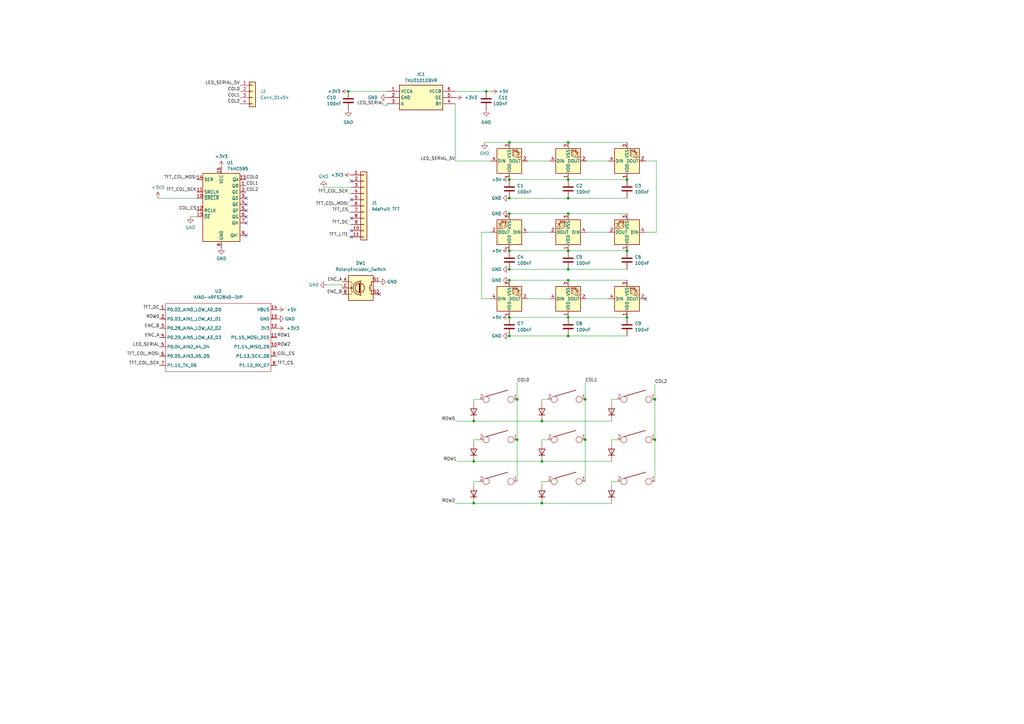
<source format=kicad_sch>
(kicad_sch (version 20231120) (generator "eeschema") (generator_version "8.0")
  (paper "A3")
  (lib_symbols
    (symbol "74xx:74HC595"
      (property "Reference" "U" (at -7.62 13.97 0))
      (property "Value" "74HC595" (at -7.62 -16.51 0))
      (symbol "74HC595_1_0"
        (pin tri_state line (at 10.16 7.62 180) (length 2.54) (name "QB") (number "1"))
        (pin input line (at -10.16 2.54 0) (length 2.54) (name "~{SRCLR}") (number "10"))
        (pin input line (at -10.16 5.08 0) (length 2.54) (name "SRCLK") (number "11"))
        (pin input line (at -10.16 -2.54 0) (length 2.54) (name "RCLK") (number "12"))
        (pin input line (at -10.16 -5.08 0) (length 2.54) (name "~{OE}") (number "13"))
        (pin input line (at -10.16 10.16 0) (length 2.54) (name "SER") (number "14"))
        (pin tri_state line (at 10.16 10.16 180) (length 2.54) (name "QA") (number "15"))
        (pin power_in line (at 0 15.24 270) (length 2.54) (name "VCC") (number "16"))
        (pin tri_state line (at 10.16 5.08 180) (length 2.54) (name "QC") (number "2"))
        (pin tri_state line (at 10.16 2.54 180) (length 2.54) (name "QD") (number "3"))
        (pin tri_state line (at 10.16 0 180) (length 2.54) (name "QE") (number "4"))
        (pin tri_state line (at 10.16 -2.54 180) (length 2.54) (name "QF") (number "5"))
        (pin tri_state line (at 10.16 -5.08 180) (length 2.54) (name "QG") (number "6"))
        (pin tri_state line (at 10.16 -7.62 180) (length 2.54) (name "QH") (number "7"))
        (pin power_in line (at 0 -17.78 90) (length 2.54) (name "GND") (number "8"))
        (pin output line (at 10.16 -12.7 180) (length 2.54) (name "QH'") (number "9"))
      )
      (symbol "74HC595_1_1"
        (rectangle (start -7.62 12.7) (end 7.62 -15.24) (stroke (width 0.254)) (fill (type background)))
      )
    )
    (symbol "Connector_Generic:Conn_01x04" (pin_names (offset 1.016) hide)
      (property "Reference" "J" (at 0 5.08 0))
      (property "Value" "Conn_01x04" (at 0 -7.62 0))
      (symbol "Conn_01x04_1_1"
        (rectangle (start -1.27 -4.953) (end 0 -5.207) (stroke (width 0.1524)))
        (rectangle (start -1.27 -2.413) (end 0 -2.667) (stroke (width 0.1524)))
        (rectangle (start -1.27 0.127) (end 0 -0.127) (stroke (width 0.1524)))
        (rectangle (start -1.27 2.667) (end 0 2.413) (stroke (width 0.1524)))
        (rectangle (start -1.27 3.81) (end 1.27 -6.35) (stroke (width 0.254)) (fill (type background)))
        (pin passive line (at -5.08 2.54 0) (length 3.81) (name "Pin_1") (number "1"))
        (pin passive line (at -5.08 0 0) (length 3.81) (name "Pin_2") (number "2"))
        (pin passive line (at -5.08 -2.54 0) (length 3.81) (name "Pin_3") (number "3"))
        (pin passive line (at -5.08 -5.08 0) (length 3.81) (name "Pin_4") (number "4"))
      )
    )
    (symbol "Connector_Generic:Conn_01x11" (pin_names (offset 1.016) hide)
      (property "Reference" "J" (at 0 15.24 0))
      (property "Value" "Conn_01x11" (at 0 -15.24 0))
      (symbol "Conn_01x11_1_1"
        (rectangle (start -1.27 -12.573) (end 0 -12.827) (stroke (width 0.1524)))
        (rectangle (start -1.27 -10.033) (end 0 -10.287) (stroke (width 0.1524)))
        (rectangle (start -1.27 -7.493) (end 0 -7.747) (stroke (width 0.1524)))
        (rectangle (start -1.27 -4.953) (end 0 -5.207) (stroke (width 0.1524)))
        (rectangle (start -1.27 -2.413) (end 0 -2.667) (stroke (width 0.1524)))
        (rectangle (start -1.27 0.127) (end 0 -0.127) (stroke (width 0.1524)))
        (rectangle (start -1.27 2.667) (end 0 2.413) (stroke (width 0.1524)))
        (rectangle (start -1.27 5.207) (end 0 4.953) (stroke (width 0.1524)))
        (rectangle (start -1.27 7.747) (end 0 7.493) (stroke (width 0.1524)))
        (rectangle (start -1.27 10.287) (end 0 10.033) (stroke (width 0.1524)))
        (rectangle (start -1.27 12.827) (end 0 12.573) (stroke (width 0.1524)))
        (rectangle (start -1.27 13.97) (end 1.27 -13.97) (stroke (width 0.254)) (fill (type background)))
        (pin passive line (at -5.08 12.7 0) (length 3.81) (name "Pin_1") (number "1"))
        (pin passive line (at -5.08 -10.16 0) (length 3.81) (name "Pin_10") (number "10"))
        (pin passive line (at -5.08 -12.7 0) (length 3.81) (name "Pin_11") (number "11"))
        (pin passive line (at -5.08 10.16 0) (length 3.81) (name "Pin_2") (number "2"))
        (pin passive line (at -5.08 7.62 0) (length 3.81) (name "Pin_3") (number "3"))
        (pin passive line (at -5.08 5.08 0) (length 3.81) (name "Pin_4") (number "4"))
        (pin passive line (at -5.08 2.54 0) (length 3.81) (name "Pin_5") (number "5"))
        (pin passive line (at -5.08 0 0) (length 3.81) (name "Pin_6") (number "6"))
        (pin passive line (at -5.08 -2.54 0) (length 3.81) (name "Pin_7") (number "7"))
        (pin passive line (at -5.08 -5.08 0) (length 3.81) (name "Pin_8") (number "8"))
        (pin passive line (at -5.08 -7.62 0) (length 3.81) (name "Pin_9") (number "9"))
      )
    )
    (symbol "Device:C" (pin_numbers hide) (pin_names (offset 0.254))
      (property "Reference" "C" (at 0.635 2.54 0))
      (property "Value" "C" (at 0.635 -2.54 0))
      (symbol "C_0_1"
        (polyline (pts (xy -2.032 -0.762) (xy 2.032 -0.762)) (stroke (width 0.508)))
        (polyline (pts (xy -2.032 0.762) (xy 2.032 0.762)) (stroke (width 0.508)))
      )
      (symbol "C_1_1"
        (pin passive line (at 0 3.81 270) (length 2.794) (name "~") (number "1"))
        (pin passive line (at 0 -3.81 90) (length 2.794) (name "~") (number "2"))
      )
    )
    (symbol "Device:D" (pin_numbers hide) (pin_names (offset 1.016) hide)
      (property "Reference" "D" (at 0 2.54 0))
      (property "Value" "D" (at 0 -2.54 0))
      (symbol "D_0_1"
        (polyline (pts (xy -1.27 1.27) (xy -1.27 -1.27)) (stroke (width 0.254)))
        (polyline (pts (xy 1.27 0) (xy -1.27 0)))
        (polyline (pts (xy 1.27 1.27) (xy 1.27 -1.27) (xy -1.27 0) (xy 1.27 1.27)) (stroke (width 0.254)))
      )
      (symbol "D_1_1"
        (pin passive line (at -3.81 0 0) (length 2.54) (name "K") (number "1"))
        (pin passive line (at 3.81 0 180) (length 2.54) (name "A") (number "2"))
      )
    )
    (symbol "Device:RotaryEncoder_Switch" (pin_names (offset 0.254) hide)
      (property "Reference" "SW" (at 0 6.604 0))
      (property "Value" "RotaryEncoder_Switch" (at 0 -6.604 0))
      (symbol "RotaryEncoder_Switch_0_1"
        (rectangle (start -5.08 5.08) (end 5.08 -5.08) (stroke (width 0.254)) (fill (type background)))
        (circle (center -3.81 0) (radius 0.254) (fill (type outline)))
        (circle (center -0.381 0) (radius 1.905) (stroke (width 0.254)))
        (arc (start -0.381 2.667) (mid -3.0988 -0.0635) (end -0.381 -2.794) (stroke (width 0.254)))
        (polyline (pts (xy -0.635 -1.778) (xy -0.635 1.778)) (stroke (width 0.254)))
        (polyline (pts (xy -0.381 -1.778) (xy -0.381 1.778)) (stroke (width 0.254)))
        (polyline (pts (xy -0.127 1.778) (xy -0.127 -1.778)) (stroke (width 0.254)))
        (polyline (pts (xy 3.81 0) (xy 3.429 0)) (stroke (width 0.254)))
        (polyline (pts (xy 3.81 1.016) (xy 3.81 -1.016)) (stroke (width 0.254)))
        (polyline (pts (xy -5.08 -2.54) (xy -3.81 -2.54) (xy -3.81 -2.032)))
        (polyline (pts (xy -5.08 2.54) (xy -3.81 2.54) (xy -3.81 2.032)))
        (polyline (pts (xy 0.254 -3.048) (xy -0.508 -2.794) (xy 0.127 -2.413)) (stroke (width 0.254)))
        (polyline (pts (xy 0.254 2.921) (xy -0.508 2.667) (xy 0.127 2.286)) (stroke (width 0.254)))
        (polyline (pts (xy 5.08 -2.54) (xy 4.318 -2.54) (xy 4.318 -1.016)) (stroke (width 0.254)))
        (polyline (pts (xy 5.08 2.54) (xy 4.318 2.54) (xy 4.318 1.016)) (stroke (width 0.254)))
        (polyline (pts (xy -5.08 0) (xy -3.81 0) (xy -3.81 -1.016) (xy -3.302 -2.032)))
        (polyline (pts (xy -4.318 0) (xy -3.81 0) (xy -3.81 1.016) (xy -3.302 2.032)))
        (circle (center 4.318 -1.016) (radius 0.127) (stroke (width 0.254)))
        (circle (center 4.318 1.016) (radius 0.127) (stroke (width 0.254)))
      )
      (symbol "RotaryEncoder_Switch_1_1"
        (pin passive line (at -7.62 2.54 0) (length 2.54) (name "A") (number "A"))
        (pin passive line (at -7.62 -2.54 0) (length 2.54) (name "B") (number "B"))
        (pin passive line (at -7.62 0 0) (length 2.54) (name "C") (number "C"))
        (pin passive line (at 7.62 2.54 180) (length 2.54) (name "S1") (number "S1"))
        (pin passive line (at 7.62 -2.54 180) (length 2.54) (name "S2") (number "S2"))
      )
    )
    (symbol "LED:WS2812B" (pin_names (offset 0.254))
      (property "Reference" "D" (at 5.08 5.715 0))
      (property "Value" "WS2812B" (at 1.27 -5.715 0))
      (symbol "WS2812B_0_0"
        (text "RGB" (at 2.286 -4.191 0) (effects (font (size 0.762 0.762))))
      )
      (symbol "WS2812B_0_1"
        (polyline (pts (xy 1.27 -3.556) (xy 1.778 -3.556)))
        (polyline (pts (xy 1.27 -2.54) (xy 1.778 -2.54)))
        (polyline (pts (xy 4.699 -3.556) (xy 2.667 -3.556)))
        (polyline (pts (xy 2.286 -2.54) (xy 1.27 -3.556) (xy 1.27 -3.048)))
        (polyline (pts (xy 2.286 -1.524) (xy 1.27 -2.54) (xy 1.27 -2.032)))
        (polyline (pts (xy 3.683 -1.016) (xy 3.683 -3.556) (xy 3.683 -4.064)))
        (polyline (pts (xy 4.699 -1.524) (xy 2.667 -1.524) (xy 3.683 -3.556) (xy 4.699 -1.524)))
        (rectangle (start 5.08 5.08) (end -5.08 -5.08) (stroke (width 0.254)) (fill (type background)))
      )
      (symbol "WS2812B_1_1"
        (pin power_in line (at 0 7.62 270) (length 2.54) (name "VDD") (number "1"))
        (pin output line (at 7.62 0 180) (length 2.54) (name "DOUT") (number "2"))
        (pin power_in line (at 0 -7.62 90) (length 2.54) (name "VSS") (number "3"))
        (pin input line (at -7.62 0 0) (length 2.54) (name "DIN") (number "4"))
      )
    )
    (symbol "Seeed_Studio_XIAO_Series:XIAO-nRF52840-DIP"
      (property "Reference" "U3" (at 17.78 3.81 0))
      (property "Value" "XIAO-nRF52840-DIP" (at 17.78 1.27 0))
      (symbol "XIAO-nRF52840-DIP_1_0"
        (polyline (pts (xy -3.81 -29.21) (xy -3.81 -15.24)) (stroke (width 0.1524)))
        (polyline (pts (xy -3.81 -26.67) (xy -5.08 -26.67)) (stroke (width 0.1524)))
        (polyline (pts (xy -3.81 -22.86) (xy -5.08 -22.86)) (stroke (width 0.1524)))
        (polyline (pts (xy -3.81 -19.05) (xy -5.08 -19.05)) (stroke (width 0.1524)))
        (polyline (pts (xy -3.81 -15.24) (xy -5.08 -15.24)) (stroke (width 0.1524)))
        (polyline (pts (xy -3.81 -15.24) (xy -3.81 -11.43)) (stroke (width 0.1524)))
        (polyline (pts (xy -3.81 -11.43) (xy -5.08 -11.43)) (stroke (width 0.1524)))
        (polyline (pts (xy -3.81 -11.43) (xy -3.81 -7.62)) (stroke (width 0.1524)))
        (polyline (pts (xy -3.81 -7.62) (xy -5.08 -7.62)) (stroke (width 0.1524)))
        (polyline (pts (xy -3.81 -7.62) (xy -3.81 -3.81)) (stroke (width 0.1524)))
        (polyline (pts (xy -3.81 -3.81) (xy -5.08 -3.81)) (stroke (width 0.1524)))
        (polyline (pts (xy -3.81 -3.81) (xy -3.81 -1.27)) (stroke (width 0.1524)))
        (polyline (pts (xy -3.81 -1.27) (xy 39.37 -1.27)) (stroke (width 0.1524)))
        (polyline (pts (xy 39.37 -29.21) (xy -3.81 -29.21)) (stroke (width 0.1524)))
        (polyline (pts (xy 39.37 -11.43) (xy 39.37 -29.21)) (stroke (width 0.1524)))
        (polyline (pts (xy 39.37 -7.62) (xy 39.37 -11.43)) (stroke (width 0.1524)))
        (polyline (pts (xy 39.37 -3.81) (xy 39.37 -7.62)) (stroke (width 0.1524)))
        (polyline (pts (xy 39.37 -1.27) (xy 39.37 -3.81)) (stroke (width 0.1524)))
        (polyline (pts (xy 40.64 -26.67) (xy 39.37 -26.67)) (stroke (width 0.1524)))
        (polyline (pts (xy 40.64 -22.86) (xy 39.37 -22.86)) (stroke (width 0.1524)))
        (polyline (pts (xy 40.64 -19.05) (xy 39.37 -19.05)) (stroke (width 0.1524)))
        (polyline (pts (xy 40.64 -15.24) (xy 39.37 -15.24)) (stroke (width 0.1524)))
        (polyline (pts (xy 40.64 -11.43) (xy 39.37 -11.43)) (stroke (width 0.1524)))
        (polyline (pts (xy 40.64 -7.62) (xy 39.37 -7.62)) (stroke (width 0.1524)))
        (polyline (pts (xy 40.64 -3.81) (xy 39.37 -3.81)) (stroke (width 0.1524)))
        (pin passive line (at -6.35 -3.81 0) (length 2.54) (name "P0.02_AIN0_LOW_A0_D0") (number "1"))
        (pin passive line (at 41.91 -19.05 180) (length 2.54) (name "P1.14_MISO_D9") (number "10"))
        (pin passive line (at 41.91 -15.24 180) (length 2.54) (name "P1.15_MOSI_D10") (number "11"))
        (pin power_out line (at 41.91 -11.43 180) (length 2.54) (name "3V3") (number "12"))
        (pin power_out line (at 41.91 -7.62 180) (length 2.54) (name "GND") (number "13"))
        (pin power_out line (at 41.91 -3.81 180) (length 2.54) (name "VBUS") (number "14"))
        (pin passive line (at -6.35 -7.62 0) (length 2.54) (name "P0.03_AIN1_LOW_A1_D1") (number "2"))
        (pin passive line (at -6.35 -11.43 0) (length 2.54) (name "P0.28_AIN4_LOW_A2_D2") (number "3"))
        (pin passive line (at -6.35 -15.24 0) (length 2.54) (name "P0.29_AIN5_LOW_A3_D3") (number "4"))
        (pin passive line (at -6.35 -19.05 0) (length 2.54) (name "P0.04_AIN2_A4_D4") (number "5"))
        (pin passive line (at -6.35 -22.86 0) (length 2.54) (name "P0.05_AIN3_A5_D5") (number "6"))
        (pin passive line (at -6.35 -26.67 0) (length 2.54) (name "P1.11_TX_D6") (number "7"))
        (pin passive line (at 41.91 -26.67 180) (length 2.54) (name "P1.12_RX_D7") (number "8"))
        (pin passive line (at 41.91 -22.86 180) (length 2.54) (name "P1.13_SCK_D8") (number "9"))
      )
    )
    (symbol "TXU0101DCKR:TXU0101DCKR"
      (property "Reference" "IC" (at 24.13 7.62 0))
      (property "Value" "TXU0101DCKR" (at 24.13 5.08 0))
      (symbol "TXU0101DCKR_1_1"
        (rectangle (start 5.08 2.54) (end 22.86 -7.62) (stroke (width 0.254)) (fill (type background)))
        (pin passive line (at 0 0 0) (length 5.08) (name "VCCA") (number "1"))
        (pin passive line (at 0 -2.54 0) (length 5.08) (name "GND") (number "2"))
        (pin passive line (at 0 -5.08 0) (length 5.08) (name "A") (number "3"))
        (pin passive line (at 27.94 -5.08 180) (length 5.08) (name "BY") (number "4"))
        (pin passive line (at 27.94 -2.54 180) (length 5.08) (name "OE") (number "5"))
        (pin passive line (at 27.94 0 180) (length 5.08) (name "VCCB") (number "6"))
      )
    )
    (symbol "keyboard_parts:KEYSW" (pin_names (offset 1.016))
      (property "Reference" "K?" (at -1.27 0 0))
      (symbol "KEYSW_0_1"
        (circle (center -5.08 0) (radius 1.27))
        (polyline (pts (xy -5.08 1.27) (xy 3.81 3.81)) (stroke (width 0.254)))
        (circle (center 5.08 0) (radius 1.27))
      )
      (symbol "KEYSW_1_1"
        (pin passive line (at 7.62 0 180) (length 1.27) (name "~") (number "1"))
        (pin passive line (at -7.62 0 0) (length 1.27) (name "~") (number "2"))
      )
    )
    (symbol "power:+3V3" (power) (pin_numbers hide) (pin_names (offset 0) hide)
      (property "Value" "+3V3" (at 0 3.556 0))
      (symbol "+3V3_0_1"
        (polyline (pts (xy -0.762 1.27) (xy 0 2.54)))
        (polyline (pts (xy 0 0) (xy 0 2.54)))
        (polyline (pts (xy 0 2.54) (xy 0.762 1.27)))
      )
      (symbol "+3V3_1_1"
        (pin power_in line (at 0 0 90) (length 0) (name "~") (number "1"))
      )
    )
    (symbol "power:+5V" (power) (pin_numbers hide) (pin_names (offset 0) hide)
      (property "Value" "+5V" (at 0 3.556 0))
      (symbol "+5V_0_1"
        (polyline (pts (xy -0.762 1.27) (xy 0 2.54)))
        (polyline (pts (xy 0 0) (xy 0 2.54)))
        (polyline (pts (xy 0 2.54) (xy 0.762 1.27)))
      )
      (symbol "+5V_1_1"
        (pin power_in line (at 0 0 90) (length 0) (name "~") (number "1"))
      )
    )
    (symbol "power:GND" (power) (pin_numbers hide) (pin_names (offset 0) hide)
      (property "Value" "GND" (at 0 -3.81 0))
      (symbol "GND_0_1"
        (polyline (pts (xy 0 0) (xy 0 -1.27) (xy 1.27 -1.27) (xy 0 -2.54) (xy -1.27 -1.27) (xy 0 -1.27)))
      )
      (symbol "GND_1_1"
        (pin power_in line (at 0 0 270) (length 0) (name "~") (number "1"))
      )
    )
  )
  (junction (at 142.875 37.465))
  (junction (at 222.25 189.23))
  (junction (at 199.39 37.465))
  (junction (at 222.25 172.72))
  (junction (at 212.09 180.34))
  (junction (at 257.175 130.175))
  (junction (at 233.045 110.49))
  (junction (at 268.605 180.34))
  (junction (at 233.045 73.66))
  (junction (at 233.045 81.28))
  (junction (at 257.175 102.87))
  (junction (at 212.09 163.83))
  (junction (at 208.915 102.87))
  (junction (at 208.915 137.795))
  (junction (at 222.25 206.375))
  (junction (at 233.045 102.87))
  (junction (at 208.915 87.63))
  (junction (at 208.915 81.28))
  (junction (at 208.915 130.175))
  (junction (at 194.31 206.375))
  (junction (at 257.175 73.66))
  (junction (at 194.31 189.23))
  (junction (at 233.045 114.935))
  (junction (at 240.03 180.34))
  (junction (at 208.915 114.935))
  (junction (at 233.045 130.175))
  (junction (at 233.045 137.795))
  (junction (at 240.03 163.83))
  (junction (at 233.045 87.63))
  (junction (at 208.915 110.49))
  (junction (at 208.915 73.66))
  (junction (at 268.605 163.83))
  (junction (at 208.915 58.42))
  (junction (at 194.31 172.72))
  (junction (at 233.045 58.42))
  (no_connect (at 144.145 97.155))
  (no_connect (at 144.145 89.535))
  (no_connect (at 264.795 122.555))
  (no_connect (at 144.145 81.915))
  (no_connect (at 100.965 91.44))
  (no_connect (at 100.965 96.52))
  (no_connect (at 144.145 74.295))
  (no_connect (at 100.965 88.9))
  (no_connect (at 100.965 86.36))
  (no_connect (at 155.575 120.65))
  (no_connect (at 144.145 94.615))
  (no_connect (at 100.965 81.28))
  (no_connect (at 100.965 83.82))
  (wire (pts (xy 186.69 37.465) (xy 199.39 37.465)))
  (wire (pts (xy 212.09 180.34) (xy 212.09 197.485)))
  (wire (pts (xy 222.25 206.375) (xy 250.825 206.375)))
  (wire (pts (xy 222.25 165.1) (xy 222.25 163.83)))
  (wire (pts (xy 222.25 172.72) (xy 250.825 172.72)))
  (wire (pts (xy 233.045 73.66) (xy 257.175 73.66)))
  (wire (pts (xy 142.875 84.455) (xy 144.145 84.455)))
  (wire (pts (xy 240.665 66.04) (xy 249.555 66.04)))
  (wire (pts (xy 158.75 43.18) (xy 158.75 42.545)))
  (wire (pts (xy 132.715 76.835) (xy 144.145 76.835)))
  (wire (pts (xy 208.915 73.66) (xy 233.045 73.66)))
  (wire (pts (xy 212.09 163.83) (xy 212.09 180.34)))
  (wire (pts (xy 142.875 86.995) (xy 144.145 86.995)))
  (wire (pts (xy 240.03 156.845) (xy 240.03 163.83)))
  (wire (pts (xy 186.69 172.72) (xy 194.31 172.72)))
  (wire (pts (xy 268.605 157.48) (xy 268.605 163.83)))
  (wire (pts (xy 250.825 198.755) (xy 250.825 197.485)))
  (wire (pts (xy 186.69 66.04) (xy 201.295 66.04)))
  (wire (pts (xy 194.31 198.755) (xy 194.31 197.485)))
  (wire (pts (xy 233.045 110.49) (xy 257.175 110.49)))
  (wire (pts (xy 250.825 180.34) (xy 253.365 180.34)))
  (wire (pts (xy 216.535 95.25) (xy 225.425 95.25)))
  (wire (pts (xy 222.25 181.61) (xy 222.25 180.34)))
  (wire (pts (xy 140.335 116.84) (xy 140.335 118.11)))
  (wire (pts (xy 233.045 102.87) (xy 257.175 102.87)))
  (wire (pts (xy 186.69 206.375) (xy 194.31 206.375)))
  (wire (pts (xy 199.39 37.465) (xy 201.295 37.465)))
  (wire (pts (xy 269.24 95.25) (xy 264.795 95.25)))
  (wire (pts (xy 216.535 66.04) (xy 225.425 66.04)))
  (wire (pts (xy 250.825 181.61) (xy 250.825 180.34)))
  (wire (pts (xy 194.31 189.23) (xy 222.25 189.23)))
  (wire (pts (xy 197.485 122.555) (xy 201.295 122.555)))
  (wire (pts (xy 208.915 137.795) (xy 233.045 137.795)))
  (wire (pts (xy 194.31 172.72) (xy 222.25 172.72)))
  (wire (pts (xy 194.31 165.1) (xy 194.31 163.83)))
  (wire (pts (xy 233.045 81.28) (xy 257.175 81.28)))
  (wire (pts (xy 208.915 58.42) (xy 233.045 58.42)))
  (wire (pts (xy 222.25 197.485) (xy 224.79 197.485)))
  (wire (pts (xy 222.25 163.83) (xy 224.79 163.83)))
  (wire (pts (xy 233.045 58.42) (xy 257.175 58.42)))
  (wire (pts (xy 194.31 180.34) (xy 196.85 180.34)))
  (wire (pts (xy 142.875 37.465) (xy 158.75 37.465)))
  (wire (pts (xy 194.31 197.485) (xy 196.85 197.485)))
  (wire (pts (xy 233.045 137.795) (xy 257.175 137.795)))
  (wire (pts (xy 222.25 198.755) (xy 222.25 197.485)))
  (wire (pts (xy 216.535 122.555) (xy 225.425 122.555)))
  (wire (pts (xy 78.105 88.9) (xy 80.645 88.9)))
  (wire (pts (xy 233.045 130.175) (xy 257.175 130.175)))
  (wire (pts (xy 157.48 43.18) (xy 158.75 43.18)))
  (wire (pts (xy 194.31 181.61) (xy 194.31 180.34)))
  (wire (pts (xy 208.915 130.175) (xy 233.045 130.175)))
  (wire (pts (xy 222.25 180.34) (xy 224.79 180.34)))
  (wire (pts (xy 208.915 114.935) (xy 233.045 114.935)))
  (wire (pts (xy 197.485 95.25) (xy 201.295 95.25)))
  (wire (pts (xy 197.485 95.25) (xy 197.485 122.555)))
  (wire (pts (xy 250.825 197.485) (xy 253.365 197.485)))
  (wire (pts (xy 240.03 180.34) (xy 240.03 197.485)))
  (wire (pts (xy 233.045 114.935) (xy 257.175 114.935)))
  (wire (pts (xy 264.795 66.04) (xy 269.24 66.04)))
  (wire (pts (xy 233.045 87.63) (xy 257.175 87.63)))
  (wire (pts (xy 133.985 116.84) (xy 140.335 116.84)))
  (wire (pts (xy 222.25 189.23) (xy 250.825 189.23)))
  (wire (pts (xy 142.875 92.075) (xy 144.145 92.075)))
  (wire (pts (xy 187.325 189.23) (xy 194.31 189.23)))
  (wire (pts (xy 212.09 156.845) (xy 212.09 163.83)))
  (wire (pts (xy 142.875 97.155) (xy 144.145 97.155)))
  (wire (pts (xy 186.69 66.04) (xy 186.69 42.545)))
  (wire (pts (xy 208.915 87.63) (xy 233.045 87.63)))
  (wire (pts (xy 268.605 163.83) (xy 268.605 180.34)))
  (wire (pts (xy 194.31 163.83) (xy 196.85 163.83)))
  (wire (pts (xy 240.03 163.83) (xy 240.03 180.34)))
  (wire (pts (xy 198.755 58.42) (xy 208.915 58.42)))
  (wire (pts (xy 142.875 79.375) (xy 144.145 79.375)))
  (wire (pts (xy 208.915 81.28) (xy 233.045 81.28)))
  (wire (pts (xy 208.915 102.87) (xy 233.045 102.87)))
  (wire (pts (xy 250.825 163.83) (xy 253.365 163.83)))
  (wire (pts (xy 269.24 66.04) (xy 269.24 95.25)))
  (wire (pts (xy 208.915 110.49) (xy 233.045 110.49)))
  (wire (pts (xy 64.77 81.28) (xy 80.645 81.28)))
  (wire (pts (xy 240.665 95.25) (xy 249.555 95.25)))
  (wire (pts (xy 194.31 206.375) (xy 222.25 206.375)))
  (wire (pts (xy 268.605 180.34) (xy 268.605 197.485)))
  (wire (pts (xy 250.825 165.1) (xy 250.825 163.83)))
  (wire (pts (xy 240.665 122.555) (xy 249.555 122.555)))
  (label "LED_SERIAL" (at 157.48 43.18 180))
  (label "COL1" (at 240.03 156.845 0))
  (label "TFT_LITE" (at 142.875 97.155 180))
  (label "ROW2" (at 186.69 206.375 180))
  (label "ENC_A" (at 65.405 138.43 180))
  (label "LED_SERIAL_5V" (at 98.425 34.925 180))
  (label "COL1" (at 98.425 40.005 180))
  (label "COL0" (at 100.965 73.66 0))
  (label "COL0" (at 98.425 37.465 180))
  (label "TFT_CS" (at 113.665 149.86 0))
  (label "COL2" (at 100.965 78.74 0))
  (label "TFT_COL_MOSI" (at 142.875 84.455 180))
  (label "ENC_B" (at 140.335 120.65 180))
  (label "ENC_A" (at 140.335 115.57 180))
  (label "COL_CS" (at 80.645 86.36 180))
  (label "TFT_CS" (at 142.875 86.995 180))
  (label "TFT_COL_SCK" (at 65.405 149.86 180))
  (label "COL2" (at 268.605 157.48 0))
  (label "COL1" (at 100.965 76.2 0))
  (label "TFT_DC" (at 142.875 92.075 180))
  (label "ENC_B" (at 65.405 134.62 180))
  (label "TFT_COL_MOSI" (at 65.405 146.05 180))
  (label "ROW1" (at 187.325 189.23 180))
  (label "LED_SERIAL_5V" (at 186.69 66.04 180))
  (label "COL0" (at 212.09 156.845 0))
  (label "TFT_COL_MOSI" (at 80.645 73.66 180))
  (label "ROW2" (at 113.665 142.24 0))
  (label "LED_SERIAL" (at 65.405 142.24 180))
  (label "ROW0" (at 186.69 172.72 180))
  (label "ROW1" (at 113.665 138.43 0))
  (label "TFT_DC" (at 65.405 127 180))
  (label "ROW0" (at 65.405 130.81 180))
  (label "TFT_COL_SCK" (at 80.645 78.74 180))
  (label "COL_CS" (at 113.665 146.05 0))
  (label "COL2" (at 98.425 42.545 180))
  (label "TFT_COL_SCK" (at 142.875 79.375 180))
  (symbol (lib_id "power:+5V") (at 208.915 73.66 90) (unit 1)
    (property "Reference" "#PWR019" (effects (hide yes)))
    (property "Value" "+5V" (at 205.74 73.6599 90) (effects (justify left)))
    (property "Description" "Power symbol creates a global label with name \"+5V\"" (effects (hide yes)))
  )
  (symbol (lib_id "LED:WS2812B") (at 208.915 122.555 0) (mirror x) (unit 1)
    (property "Reference" "LED7" (effects (hide yes)))
    (property "Value" "SK6812-MINI-E" (effects (hide yes)))
    (property "Footprint" "Keebio-Parts.pretty-master:SK6812-MINI-E" (effects (hide yes)))
    (property "Datasheet" "https://cdn-shop.adafruit.com/datasheets/WS2812B.pdf" (effects (hide yes)))
  )
  (symbol (lib_id "power:+5V") (at 201.295 37.465 270) (unit 1)
    (property "Reference" "#PWR025" (effects (hide yes)))
    (property "Value" "+5V" (at 204.47 37.4649 90) (effects (justify left)))
    (property "Description" "Power symbol creates a global label with name \"+5V\"" (effects (hide yes)))
  )
  (symbol (lib_id "Device:C") (at 208.915 77.47 0) (unit 1)
    (property "Reference" "C1" (at 212.09 76.2 0) (effects (justify left)))
    (property "Value" "100nF" (at 212.09 78.74 0) (effects (justify left)))
    (property "Footprint" "Capacitor_SMD:C_0603_1608Metric" (effects (hide yes)))
  )
  (symbol (lib_id "Device:C") (at 233.045 77.47 0) (unit 1)
    (property "Reference" "C2" (at 236.22 76.2 0) (effects (justify left)))
    (property "Value" "100nF" (at 236.22 78.74 0) (effects (justify left)))
    (property "Footprint" "Capacitor_SMD:C_0603_1608Metric" (effects (hide yes)))
  )
  (symbol (lib_id "Device:C") (at 199.39 41.275 0) (mirror y) (unit 1)
    (property "Reference" "C11" (at 208.28 40.005 0) (effects (justify left)))
    (property "Value" "100nF" (at 208.28 42.545 0) (effects (justify left)))
    (property "Footprint" "Capacitor_SMD:C_0603_1608Metric" (effects (hide yes)))
  )
  (symbol (lib_id "Connector_Generic:Conn_01x11") (at 149.225 84.455 0) (unit 1)
    (property "Reference" "J1" (at 152.4 83.185 0) (effects (justify left)))
    (property "Value" "Adafruit TFT" (at 152.4 85.725 0) (effects (justify left)))
    (property "Footprint" "Adafruit:Adafruit_1.47_TFT_Round_Rect" (effects (hide yes)))
  )
  (symbol (lib_id "LED:WS2812B") (at 208.915 66.04 0) (mirror x) (unit 1)
    (property "Reference" "LED1" (effects (hide yes)))
    (property "Value" "SK6812-MINI-E" (effects (hide yes)))
    (property "Footprint" "Keebio-Parts.pretty-master:SK6812-MINI-E" (effects (hide yes)))
    (property "Datasheet" "https://cdn-shop.adafruit.com/datasheets/WS2812B.pdf" (effects (hide yes)))
  )
  (symbol (lib_id "keyboard_parts:KEYSW") (at 232.41 163.83 0) (unit 1)
    (property "Reference" "K2" (effects (hide yes)))
    (property "Value" "KEYSW" (effects (hide yes)))
    (property "Footprint" "MX_Hotswap:MX-Hotswap-1U" (effects (hide yes)))
  )
  (symbol (lib_id "power:GND") (at 155.575 115.57 90) (unit 1)
    (property "Reference" "#PWR02" (effects (hide yes)))
    (property "Value" "GND" (at 158.75 115.5699 90) (effects (justify right)))
    (property "Description" "Power symbol creates a global label with name \"GND\" , ground" (effects (hide yes)))
  )
  (symbol (lib_id "keyboard_parts:KEYSW") (at 232.41 180.34 0) (unit 1)
    (property "Reference" "K5" (effects (hide yes)))
    (property "Value" "KEYSW" (effects (hide yes)))
    (property "Footprint" "MX_Hotswap:MX-Hotswap-1U" (effects (hide yes)))
  )
  (symbol (lib_id "LED:WS2812B") (at 233.045 122.555 0) (mirror x) (unit 1)
    (property "Reference" "LED8" (effects (hide yes)))
    (property "Value" "SK6812-MINI-E" (effects (hide yes)))
    (property "Footprint" "Keebio-Parts.pretty-master:SK6812-MINI-E" (effects (hide yes)))
    (property "Datasheet" "https://cdn-shop.adafruit.com/datasheets/WS2812B.pdf" (effects (hide yes)))
  )
  (symbol (lib_id "Device:D") (at 222.25 168.91 270) (mirror x) (unit 1)
    (property "Reference" "D2" (effects (hide yes)))
    (property "Value" "1N4448W" (effects (hide yes)))
    (property "Footprint" "Diode_SMD:D_SOD-123" (effects (hide yes)))
    (property "Sim.Device" "D" (effects (hide yes)))
    (property "Sim.Pins" "1=K 2=A" (effects (hide yes)))
  )
  (symbol (lib_id "Device:C") (at 257.175 77.47 0) (unit 1)
    (property "Reference" "C3" (at 260.35 76.2 0) (effects (justify left)))
    (property "Value" "100nF" (at 260.35 78.74 0) (effects (justify left)))
    (property "Footprint" "Capacitor_SMD:C_0603_1608Metric" (effects (hide yes)))
  )
  (symbol (lib_id "Device:D") (at 222.25 185.42 270) (mirror x) (unit 1)
    (property "Reference" "D5" (effects (hide yes)))
    (property "Value" "1N4448W" (effects (hide yes)))
    (property "Footprint" "Diode_SMD:D_SOD-123" (effects (hide yes)))
    (property "Sim.Device" "D" (effects (hide yes)))
    (property "Sim.Pins" "1=K 2=A" (effects (hide yes)))
  )
  (symbol (lib_id "power:+5V") (at 208.915 130.175 90) (unit 1)
    (property "Reference" "#PWR021" (effects (hide yes)))
    (property "Value" "+5V" (at 205.74 130.1749 90) (effects (justify left)))
    (property "Description" "Power symbol creates a global label with name \"+5V\"" (effects (hide yes)))
  )
  (symbol (lib_id "TXU0101DCKR:TXU0101DCKR") (at 158.75 37.465 0) (unit 1)
    (property "Reference" "IC1" (at 172.72 30.48 0))
    (property "Value" "TXU0101DBVR" (at 172.72 33.02 0))
    (property "Footprint" "Package_TO_SOT_SMD:SOT-23-6" (effects (hide yes)))
    (property "Datasheet" "https://www.ti.com/lit/ds/symlink/txu0101.pdf?HQS=dis-mous-null-mousermode-dsf-pf-null-wwe&ts=1659089504788" (effects (hide yes)))
    (property "Description" "Single-Bit Fixed Direction Voltage-Level Translator with Schmitt-Trigger Inputs and 3-State Outputs" (effects (hide yes)))
    (property "Height" "1.1" (effects (hide yes)))
    (property "Mouser Part Number" "595-TXU0101DCKR" (effects (hide yes)))
    (property "Mouser Price/Stock" "https://www.mouser.co.uk/ProductDetail/Texas-Instruments/TXU0101DCKR?qs=tlsG%2FOw5FFjFRCda%2FhFiag%3D%3D" (effects (hide yes)))
    (property "Manufacturer_Name" "Texas Instruments" (effects (hide yes)))
    (property "Manufacturer_Part_Number" "TXU0101DCKR" (effects (hide yes)))
  )
  (symbol (lib_id "Device:RotaryEncoder_Switch") (at 147.955 118.11 0) (unit 1)
    (property "Reference" "SW1" (at 147.955 107.95 0))
    (property "Value" "RotaryEncoder_Switch" (at 147.955 110.49 0))
    (property "Footprint" "Roller Encoder:RollerEncoder_Panasonic_EVQWGD001" (effects (hide yes)))
  )
  (symbol (lib_id "power:+3V3") (at 142.875 37.465 90) (unit 1)
    (property "Reference" "#PWR09" (effects (hide yes)))
    (property "Value" "+3V3" (at 139.7 37.4649 90) (effects (justify left)))
    (property "Description" "Power symbol creates a global label with name \"+3V3\"" (effects (hide yes)))
  )
  (symbol (lib_id "keyboard_parts:KEYSW") (at 260.985 197.485 0) (unit 1)
    (property "Reference" "K9" (effects (hide yes)))
    (property "Value" "KEYSW" (effects (hide yes)))
    (property "Footprint" "MX_Hotswap:MX-Hotswap-1U" (effects (hide yes)))
  )
  (symbol (lib_id "keyboard_parts:KEYSW") (at 204.47 163.83 0) (unit 1)
    (property "Reference" "K1" (effects (hide yes)))
    (property "Value" "KEYSW" (effects (hide yes)))
    (property "Footprint" "MX_Hotswap:MX-Hotswap-1U" (effects (hide yes)))
  )
  (symbol (lib_id "Device:C") (at 257.175 106.68 0) (unit 1)
    (property "Reference" "C6" (at 260.35 105.41 0) (effects (justify left)))
    (property "Value" "100nF" (at 260.35 107.95 0) (effects (justify left)))
    (property "Footprint" "Capacitor_SMD:C_0603_1608Metric" (effects (hide yes)))
  )
  (symbol (lib_id "power:GND") (at 132.715 76.835 180) (unit 1)
    (property "Reference" "#PWR07" (effects (hide yes)))
    (property "Value" "GND" (at 132.715 72.39 0))
    (property "Description" "Power symbol creates a global label with name \"GND\" , ground" (effects (hide yes)))
  )
  (symbol (lib_id "Device:C") (at 208.915 106.68 0) (unit 1)
    (property "Reference" "C4" (at 212.09 105.41 0) (effects (justify left)))
    (property "Value" "100nF" (at 212.09 107.95 0) (effects (justify left)))
    (property "Footprint" "Capacitor_SMD:C_0603_1608Metric" (effects (hide yes)))
  )
  (symbol (lib_id "power:GND") (at 198.755 58.42 0) (mirror y) (unit 1)
    (property "Reference" "#PWR013" (effects (hide yes)))
    (property "Value" "GND" (at 198.755 62.865 0))
    (property "Description" "Power symbol creates a global label with name \"GND\" , ground" (effects (hide yes)))
  )
  (symbol (lib_id "Connector_Generic:Conn_01x04") (at 103.505 37.465 0) (unit 1)
    (property "Reference" "J2" (at 106.68 37.4649 0) (effects (justify left)))
    (property "Value" "Conn_01x04" (at 106.68 40.0049 0) (effects (justify left)))
    (property "Footprint" "Connector_PinHeader_2.54mm:PinHeader_1x04_P2.54mm_Vertical" (effects (hide yes)))
    (property "Description" "Generic connector, single row, 01x04, script generated (kicad-library-utils/schlib/autogen/connector/)" (effects (hide yes)))
  )
  (symbol (lib_id "LED:WS2812B") (at 233.045 66.04 0) (mirror x) (unit 1)
    (property "Reference" "LED2" (effects (hide yes)))
    (property "Value" "SK6812-MINI-E" (effects (hide yes)))
    (property "Footprint" "Keebio-Parts.pretty-master:SK6812-MINI-E" (effects (hide yes)))
    (property "Datasheet" "https://cdn-shop.adafruit.com/datasheets/WS2812B.pdf" (effects (hide yes)))
  )
  (symbol (lib_id "Device:C") (at 142.875 41.275 0) (unit 1)
    (property "Reference" "C10" (at 133.985 40.005 0) (effects (justify left)))
    (property "Value" "100nF" (at 133.985 42.545 0) (effects (justify left)))
    (property "Footprint" "Capacitor_SMD:C_0603_1608Metric" (effects (hide yes)))
  )
  (symbol (lib_id "power:GND") (at 78.105 88.9 0) (unit 1)
    (property "Reference" "#PWR04" (effects (hide yes)))
    (property "Value" "GND" (at 78.105 93.345 0))
    (property "Description" "Power symbol creates a global label with name \"GND\" , ground" (effects (hide yes)))
  )
  (symbol (lib_id "power:+5V") (at 113.665 127 270) (unit 1)
    (property "Reference" "#PWR014" (effects (hide yes)))
    (property "Value" "+5V" (at 117.475 126.9999 90) (effects (justify left)))
    (property "Description" "Power symbol creates a global label with name \"+5V\"" (effects (hide yes)))
  )
  (symbol (lib_id "Seeed_Studio_XIAO_Series:XIAO-nRF52840-DIP") (at 71.755 123.19 0) (unit 1)
    (property "Reference" "U3" (at 89.535 119.38 0))
    (property "Value" "XIAO-nRF52840-DIP" (at 89.535 121.92 0))
    (property "Footprint" "Seeed Studio XIAO Series Library:XIAO-nRF52840-DIP" (effects (hide yes)))
  )
  (symbol (lib_id "power:GND") (at 90.805 101.6 0) (unit 1)
    (property "Reference" "#PWR06" (effects (hide yes)))
    (property "Value" "GND" (at 90.805 106.045 0))
    (property "Description" "Power symbol creates a global label with name \"GND\" , ground" (effects (hide yes)))
  )
  (symbol (lib_id "power:GND") (at 208.915 81.28 270) (unit 1)
    (property "Reference" "#PWR010" (effects (hide yes)))
    (property "Value" "GND" (at 205.74 81.2799 90) (effects (justify right)))
    (property "Description" "Power symbol creates a global label with name \"GND\" , ground" (effects (hide yes)))
  )
  (symbol (lib_id "LED:WS2812B") (at 257.175 95.25 180) (unit 1)
    (property "Reference" "LED6" (effects (hide yes)))
    (property "Value" "SK6812-MINI-E" (effects (hide yes)))
    (property "Footprint" "Keebio-Parts.pretty-master:SK6812-MINI-E" (effects (hide yes)))
    (property "Datasheet" "https://cdn-shop.adafruit.com/datasheets/WS2812B.pdf" (effects (hide yes)))
  )
  (symbol (lib_id "keyboard_parts:KEYSW") (at 260.985 163.83 0) (unit 1)
    (property "Reference" "K3" (effects (hide yes)))
    (property "Value" "KEYSW" (effects (hide yes)))
    (property "Footprint" "MX_Hotswap:MX-Hotswap-1U" (effects (hide yes)))
  )
  (symbol (lib_id "Device:D") (at 250.825 202.565 270) (mirror x) (unit 1)
    (property "Reference" "D9" (effects (hide yes)))
    (property "Value" "1N4448W" (effects (hide yes)))
    (property "Footprint" "Diode_SMD:D_SOD-123" (effects (hide yes)))
    (property "Sim.Device" "D" (effects (hide yes)))
    (property "Sim.Pins" "1=K 2=A" (effects (hide yes)))
  )
  (symbol (lib_id "power:GND") (at 208.915 114.935 270) (unit 1)
    (property "Reference" "#PWR018" (effects (hide yes)))
    (property "Value" "GND" (at 205.74 114.9349 90) (effects (justify right)))
    (property "Description" "Power symbol creates a global label with name \"GND\" , ground" (effects (hide yes)))
  )
  (symbol (lib_id "keyboard_parts:KEYSW") (at 232.41 197.485 0) (unit 1)
    (property "Reference" "K8" (effects (hide yes)))
    (property "Value" "KEYSW" (effects (hide yes)))
    (property "Footprint" "MX_Hotswap:MX-Hotswap-1U" (effects (hide yes)))
  )
  (symbol (lib_id "power:GND") (at 158.75 40.005 270) (unit 1)
    (property "Reference" "#PWR024" (effects (hide yes)))
    (property "Value" "GND" (at 154.94 40.0049 90) (effects (justify right)))
    (property "Description" "Power symbol creates a global label with name \"GND\" , ground" (effects (hide yes)))
  )
  (symbol (lib_id "power:GND") (at 142.875 45.085 0) (unit 1)
    (property "Reference" "#PWR023" (effects (hide yes)))
    (property "Value" "GND" (at 142.875 50.165 0))
    (property "Description" "Power symbol creates a global label with name \"GND\" , ground" (effects (hide yes)))
  )
  (symbol (lib_id "power:GND") (at 208.915 87.63 270) (unit 1)
    (property "Reference" "#PWR017" (effects (hide yes)))
    (property "Value" "GND" (at 205.74 87.6299 90) (effects (justify right)))
    (property "Description" "Power symbol creates a global label with name \"GND\" , ground" (effects (hide yes)))
  )
  (symbol (lib_id "power:GND") (at 199.39 45.085 0) (unit 1)
    (property "Reference" "#PWR026" (effects (hide yes)))
    (property "Value" "GND" (at 199.39 50.165 0))
    (property "Description" "Power symbol creates a global label with name \"GND\" , ground" (effects (hide yes)))
  )
  (symbol (lib_id "Device:C") (at 233.045 133.985 0) (unit 1)
    (property "Reference" "C8" (at 236.22 132.715 0) (effects (justify left)))
    (property "Value" "100nF" (at 236.22 135.255 0) (effects (justify left)))
    (property "Footprint" "Capacitor_SMD:C_0603_1608Metric" (effects (hide yes)))
  )
  (symbol (lib_id "Device:D") (at 194.31 168.91 270) (mirror x) (unit 1)
    (property "Reference" "D1" (effects (hide yes)))
    (property "Value" "1N4448W" (effects (hide yes)))
    (property "Footprint" "Diode_SMD:D_SOD-123" (effects (hide yes)))
    (property "Sim.Device" "D" (effects (hide yes)))
    (property "Sim.Pins" "1=K 2=A" (effects (hide yes)))
  )
  (symbol (lib_id "Device:D") (at 250.825 185.42 270) (mirror x) (unit 1)
    (property "Reference" "D6" (effects (hide yes)))
    (property "Value" "1N4448W" (effects (hide yes)))
    (property "Footprint" "Diode_SMD:D_SOD-123" (effects (hide yes)))
    (property "Sim.Device" "D" (effects (hide yes)))
    (property "Sim.Pins" "1=K 2=A" (effects (hide yes)))
  )
  (symbol (lib_id "Device:D") (at 222.25 202.565 270) (mirror x) (unit 1)
    (property "Reference" "D8" (effects (hide yes)))
    (property "Value" "1N4448W" (effects (hide yes)))
    (property "Footprint" "Diode_SMD:D_SOD-123" (effects (hide yes)))
    (property "Sim.Device" "D" (effects (hide yes)))
    (property "Sim.Pins" "1=K 2=A" (effects (hide yes)))
  )
  (symbol (lib_id "power:+3V3") (at 64.77 81.28 0) (unit 1)
    (property "Reference" "#PWR03" (effects (hide yes)))
    (property "Value" "+3V3" (at 64.77 76.835 0))
    (property "Description" "Power symbol creates a global label with name \"+3V3\"" (effects (hide yes)))
  )
  (symbol (lib_id "keyboard_parts:KEYSW") (at 204.47 197.485 0) (unit 1)
    (property "Reference" "K7" (effects (hide yes)))
    (property "Value" "KEYSW" (effects (hide yes)))
    (property "Footprint" "MX_Hotswap:MX-Hotswap-1U" (effects (hide yes)))
  )
  (symbol (lib_id "power:GND") (at 133.985 116.84 270) (unit 1)
    (property "Reference" "#PWR01" (effects (hide yes)))
    (property "Value" "GND" (at 130.81 116.8399 90) (effects (justify right)))
    (property "Description" "Power symbol creates a global label with name \"GND\" , ground" (effects (hide yes)))
  )
  (symbol (lib_id "power:GND") (at 113.665 130.81 90) (unit 1)
    (property "Reference" "#PWR015" (effects (hide yes)))
    (property "Value" "GND" (at 116.84 130.8099 90) (effects (justify right)))
    (property "Description" "Power symbol creates a global label with name \"GND\" , ground" (effects (hide yes)))
  )
  (symbol (lib_id "LED:WS2812B") (at 257.175 122.555 0) (mirror x) (unit 1)
    (property "Reference" "LED9" (effects (hide yes)))
    (property "Value" "SK6812-MINI-E" (effects (hide yes)))
    (property "Footprint" "Keebio-Parts.pretty-master:SK6812-MINI-E" (effects (hide yes)))
    (property "Datasheet" "https://cdn-shop.adafruit.com/datasheets/WS2812B.pdf" (effects (hide yes)))
  )
  (symbol (lib_id "power:GND") (at 208.915 137.795 270) (unit 1)
    (property "Reference" "#PWR012" (effects (hide yes)))
    (property "Value" "GND" (at 205.74 137.7949 90) (effects (justify right)))
    (property "Description" "Power symbol creates a global label with name \"GND\" , ground" (effects (hide yes)))
  )
  (symbol (lib_id "LED:WS2812B") (at 208.915 95.25 180) (unit 1)
    (property "Reference" "LED4" (effects (hide yes)))
    (property "Value" "SK6812-MINI-E" (effects (hide yes)))
    (property "Footprint" "Keebio-Parts.pretty-master:SK6812-MINI-E" (effects (hide yes)))
    (property "Datasheet" "https://cdn-shop.adafruit.com/datasheets/WS2812B.pdf" (effects (hide yes)))
  )
  (symbol (lib_id "power:+3V3") (at 90.805 68.58 0) (unit 1)
    (property "Reference" "#PWR05" (effects (hide yes)))
    (property "Value" "+3V3" (at 90.805 64.135 0))
    (property "Description" "Power symbol creates a global label with name \"+3V3\"" (effects (hide yes)))
  )
  (symbol (lib_id "power:+5V") (at 208.915 102.87 90) (unit 1)
    (property "Reference" "#PWR020" (effects (hide yes)))
    (property "Value" "+5V" (at 205.74 102.8699 90) (effects (justify left)))
    (property "Description" "Power symbol creates a global label with name \"+5V\"" (effects (hide yes)))
  )
  (symbol (lib_id "Device:D") (at 194.31 202.565 270) (mirror x) (unit 1)
    (property "Reference" "D7" (effects (hide yes)))
    (property "Value" "1N4448W" (effects (hide yes)))
    (property "Footprint" "Diode_SMD:D_SOD-123" (effects (hide yes)))
    (property "Sim.Device" "D" (effects (hide yes)))
    (property "Sim.Pins" "1=K 2=A" (effects (hide yes)))
  )
  (symbol (lib_id "Device:D") (at 250.825 168.91 270) (mirror x) (unit 1)
    (property "Reference" "D3" (effects (hide yes)))
    (property "Value" "1N4448W" (effects (hide yes)))
    (property "Footprint" "Diode_SMD:D_SOD-123" (effects (hide yes)))
    (property "Sim.Device" "D" (effects (hide yes)))
    (property "Sim.Pins" "1=K 2=A" (effects (hide yes)))
  )
  (symbol (lib_id "Device:D") (at 194.31 185.42 270) (mirror x) (unit 1)
    (property "Reference" "D4" (effects (hide yes)))
    (property "Value" "1N4448W" (effects (hide yes)))
    (property "Footprint" "Diode_SMD:D_SOD-123" (effects (hide yes)))
    (property "Sim.Device" "D" (effects (hide yes)))
    (property "Sim.Pins" "1=K 2=A" (effects (hide yes)))
  )
  (symbol (lib_id "LED:WS2812B") (at 257.175 66.04 0) (mirror x) (unit 1)
    (property "Reference" "LED3" (effects (hide yes)))
    (property "Value" "SK6812-MINI-E" (effects (hide yes)))
    (property "Footprint" "Keebio-Parts.pretty-master:SK6812-MINI-E" (effects (hide yes)))
    (property "Datasheet" "https://cdn-shop.adafruit.com/datasheets/WS2812B.pdf" (effects (hide yes)))
  )
  (symbol (lib_id "keyboard_parts:KEYSW") (at 204.47 180.34 0) (unit 1)
    (property "Reference" "K6" (effects (hide yes)))
    (property "Value" "KEYSW" (effects (hide yes)))
    (property "Footprint" "MX_Hotswap:MX-Hotswap-1U" (effects (hide yes)))
  )
  (symbol (lib_id "power:GND") (at 208.915 110.49 270) (unit 1)
    (property "Reference" "#PWR011" (effects (hide yes)))
    (property "Value" "GND" (at 205.74 110.4899 90) (effects (justify right)))
    (property "Description" "Power symbol creates a global label with name \"GND\" , ground" (effects (hide yes)))
  )
  (symbol (lib_id "power:+3V3") (at 113.665 134.62 270) (unit 1)
    (property "Reference" "#PWR016" (effects (hide yes)))
    (property "Value" "+3V3" (at 117.475 134.6199 90) (effects (justify left)))
    (property "Description" "Power symbol creates a global label with name \"+3V3\"" (effects (hide yes)))
  )
  (symbol (lib_id "Device:C") (at 257.175 133.985 0) (unit 1)
    (property "Reference" "C9" (at 260.35 132.715 0) (effects (justify left)))
    (property "Value" "100nF" (at 260.35 135.255 0) (effects (justify left)))
    (property "Footprint" "Capacitor_SMD:C_0603_1608Metric" (effects (hide yes)))
  )
  (symbol (lib_id "power:+3V3") (at 144.145 71.755 90) (unit 1)
    (property "Reference" "#PWR08" (effects (hide yes)))
    (property "Value" "+3V3" (at 140.97 71.7549 90) (effects (justify left)))
    (property "Description" "Power symbol creates a global label with name \"+3V3\"" (effects (hide yes)))
  )
  (symbol (lib_id "keyboard_parts:KEYSW") (at 260.985 180.34 0) (unit 1)
    (property "Reference" "K4" (effects (hide yes)))
    (property "Value" "KEYSW" (effects (hide yes)))
    (property "Footprint" "MX_Hotswap:MX-Hotswap-1U" (effects (hide yes)))
  )
  (symbol (lib_id "LED:WS2812B") (at 233.045 95.25 180) (unit 1)
    (property "Reference" "LED5" (effects (hide yes)))
    (property "Value" "SK6812-MINI-E" (effects (hide yes)))
    (property "Footprint" "Keebio-Parts.pretty-master:SK6812-MINI-E" (effects (hide yes)))
    (property "Datasheet" "https://cdn-shop.adafruit.com/datasheets/WS2812B.pdf" (effects (hide yes)))
  )
  (symbol (lib_id "Device:C") (at 233.045 106.68 0) (unit 1)
    (property "Reference" "C5" (at 236.22 105.41 0) (effects (justify left)))
    (property "Value" "100nF" (at 236.22 107.95 0) (effects (justify left)))
    (property "Footprint" "Capacitor_SMD:C_0603_1608Metric" (effects (hide yes)))
  )
  (symbol (lib_id "Device:C") (at 208.915 133.985 0) (unit 1)
    (property "Reference" "C7" (at 212.09 132.715 0) (effects (justify left)))
    (property "Value" "100nF" (at 212.09 135.255 0) (effects (justify left)))
    (property "Footprint" "Capacitor_SMD:C_0603_1608Metric" (effects (hide yes)))
  )
  (symbol (lib_id "74xx:74HC595") (at 90.805 83.82 0) (unit 1)
    (property "Reference" "U1" (at 92.9991 66.675 0) (effects (justify left)))
    (property "Value" "74HC595" (at 92.9991 69.215 0) (effects (justify left)))
    (property "Footprint" "Package_SO:TSSOP-16_4.4x5mm_P0.65mm" (effects (hide yes)))
    (property "Datasheet" "http://www.ti.com/lit/ds/symlink/sn74hc595.pdf" (effects (hide yes)))
  )
  (symbol (lib_id "power:+3V3") (at 186.69 40.005 270) (unit 1)
    (property "Reference" "#PWR022" (effects (hide yes)))
    (property "Value" "+3V3" (at 190.5 40.0049 90) (effects (justify left)))
    (property "Description" "Power symbol creates a global label with name \"+3V3\"" (effects (hide yes)))
  )
)
</source>
